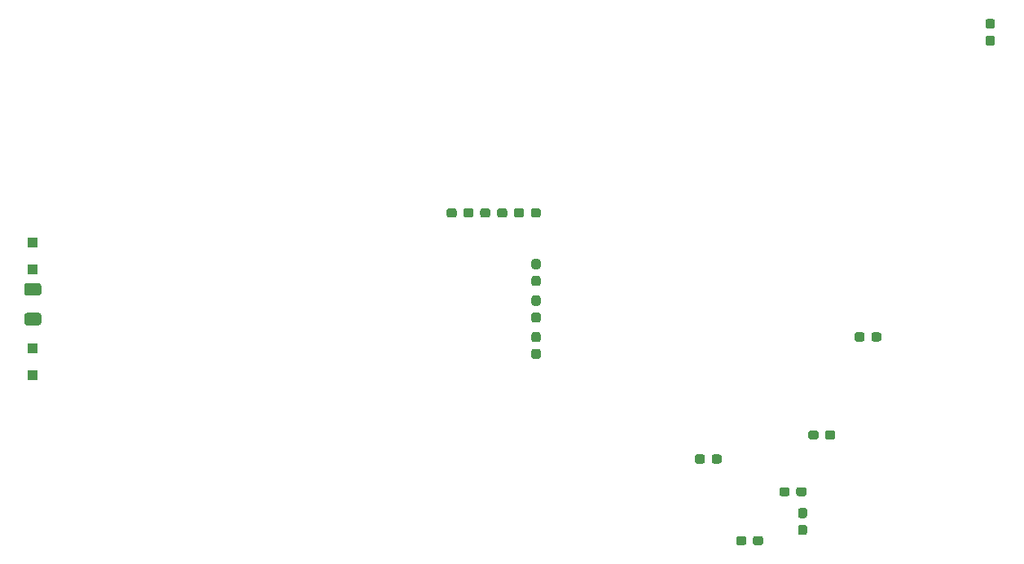
<source format=gbp>
G04 #@! TF.GenerationSoftware,KiCad,Pcbnew,(5.1.9)-1*
G04 #@! TF.CreationDate,2021-04-24T16:53:40-05:00*
G04 #@! TF.ProjectId,high-gain-diff-probe,68696768-2d67-4616-996e-2d646966662d,rev?*
G04 #@! TF.SameCoordinates,Original*
G04 #@! TF.FileFunction,Paste,Bot*
G04 #@! TF.FilePolarity,Positive*
%FSLAX46Y46*%
G04 Gerber Fmt 4.6, Leading zero omitted, Abs format (unit mm)*
G04 Created by KiCad (PCBNEW (5.1.9)-1) date 2021-04-24 16:53:40*
%MOMM*%
%LPD*%
G01*
G04 APERTURE LIST*
%ADD10R,1.100000X1.100000*%
G04 APERTURE END LIST*
G36*
G01*
X105874999Y-100400000D02*
X107125001Y-100400000D01*
G75*
G02*
X107375000Y-100649999I0J-249999D01*
G01*
X107375000Y-101450001D01*
G75*
G02*
X107125001Y-101700000I-249999J0D01*
G01*
X105874999Y-101700000D01*
G75*
G02*
X105625000Y-101450001I0J249999D01*
G01*
X105625000Y-100649999D01*
G75*
G02*
X105874999Y-100400000I249999J0D01*
G01*
G37*
G36*
G01*
X105874999Y-97300000D02*
X107125001Y-97300000D01*
G75*
G02*
X107375000Y-97549999I0J-249999D01*
G01*
X107375000Y-98350001D01*
G75*
G02*
X107125001Y-98600000I-249999J0D01*
G01*
X105874999Y-98600000D01*
G75*
G02*
X105625000Y-98350001I0J249999D01*
G01*
X105625000Y-97549999D01*
G75*
G02*
X105874999Y-97300000I249999J0D01*
G01*
G37*
D10*
X106500000Y-104100000D03*
X106500000Y-106900000D03*
X106500000Y-93100000D03*
X106500000Y-95900000D03*
G36*
G01*
X180650000Y-123862500D02*
X180650000Y-124337500D01*
G75*
G02*
X180412500Y-124575000I-237500J0D01*
G01*
X179837500Y-124575000D01*
G75*
G02*
X179600000Y-124337500I0J237500D01*
G01*
X179600000Y-123862500D01*
G75*
G02*
X179837500Y-123625000I237500J0D01*
G01*
X180412500Y-123625000D01*
G75*
G02*
X180650000Y-123862500I0J-237500D01*
G01*
G37*
G36*
G01*
X182400000Y-123862500D02*
X182400000Y-124337500D01*
G75*
G02*
X182162500Y-124575000I-237500J0D01*
G01*
X181587500Y-124575000D01*
G75*
G02*
X181350000Y-124337500I0J237500D01*
G01*
X181350000Y-123862500D01*
G75*
G02*
X181587500Y-123625000I237500J0D01*
G01*
X182162500Y-123625000D01*
G75*
G02*
X182400000Y-123862500I0J-237500D01*
G01*
G37*
G36*
G01*
X186262500Y-122450000D02*
X186737500Y-122450000D01*
G75*
G02*
X186975000Y-122687500I0J-237500D01*
G01*
X186975000Y-123262500D01*
G75*
G02*
X186737500Y-123500000I-237500J0D01*
G01*
X186262500Y-123500000D01*
G75*
G02*
X186025000Y-123262500I0J237500D01*
G01*
X186025000Y-122687500D01*
G75*
G02*
X186262500Y-122450000I237500J0D01*
G01*
G37*
G36*
G01*
X186262500Y-120700000D02*
X186737500Y-120700000D01*
G75*
G02*
X186975000Y-120937500I0J-237500D01*
G01*
X186975000Y-121512500D01*
G75*
G02*
X186737500Y-121750000I-237500J0D01*
G01*
X186262500Y-121750000D01*
G75*
G02*
X186025000Y-121512500I0J237500D01*
G01*
X186025000Y-120937500D01*
G75*
G02*
X186262500Y-120700000I237500J0D01*
G01*
G37*
G36*
G01*
X188150000Y-112862500D02*
X188150000Y-113337500D01*
G75*
G02*
X187912500Y-113575000I-237500J0D01*
G01*
X187337500Y-113575000D01*
G75*
G02*
X187100000Y-113337500I0J237500D01*
G01*
X187100000Y-112862500D01*
G75*
G02*
X187337500Y-112625000I237500J0D01*
G01*
X187912500Y-112625000D01*
G75*
G02*
X188150000Y-112862500I0J-237500D01*
G01*
G37*
G36*
G01*
X189900000Y-112862500D02*
X189900000Y-113337500D01*
G75*
G02*
X189662500Y-113575000I-237500J0D01*
G01*
X189087500Y-113575000D01*
G75*
G02*
X188850000Y-113337500I0J237500D01*
G01*
X188850000Y-112862500D01*
G75*
G02*
X189087500Y-112625000I237500J0D01*
G01*
X189662500Y-112625000D01*
G75*
G02*
X189900000Y-112862500I0J-237500D01*
G01*
G37*
G36*
G01*
X176350000Y-115362500D02*
X176350000Y-115837500D01*
G75*
G02*
X176112500Y-116075000I-237500J0D01*
G01*
X175537500Y-116075000D01*
G75*
G02*
X175300000Y-115837500I0J237500D01*
G01*
X175300000Y-115362500D01*
G75*
G02*
X175537500Y-115125000I237500J0D01*
G01*
X176112500Y-115125000D01*
G75*
G02*
X176350000Y-115362500I0J-237500D01*
G01*
G37*
G36*
G01*
X178100000Y-115362500D02*
X178100000Y-115837500D01*
G75*
G02*
X177862500Y-116075000I-237500J0D01*
G01*
X177287500Y-116075000D01*
G75*
G02*
X177050000Y-115837500I0J237500D01*
G01*
X177050000Y-115362500D01*
G75*
G02*
X177287500Y-115125000I237500J0D01*
G01*
X177862500Y-115125000D01*
G75*
G02*
X178100000Y-115362500I0J-237500D01*
G01*
G37*
G36*
G01*
X151250000Y-90237500D02*
X151250000Y-89762500D01*
G75*
G02*
X151487500Y-89525000I237500J0D01*
G01*
X152062500Y-89525000D01*
G75*
G02*
X152300000Y-89762500I0J-237500D01*
G01*
X152300000Y-90237500D01*
G75*
G02*
X152062500Y-90475000I-237500J0D01*
G01*
X151487500Y-90475000D01*
G75*
G02*
X151250000Y-90237500I0J237500D01*
G01*
G37*
G36*
G01*
X149500000Y-90237500D02*
X149500000Y-89762500D01*
G75*
G02*
X149737500Y-89525000I237500J0D01*
G01*
X150312500Y-89525000D01*
G75*
G02*
X150550000Y-89762500I0J-237500D01*
G01*
X150550000Y-90237500D01*
G75*
G02*
X150312500Y-90475000I-237500J0D01*
G01*
X149737500Y-90475000D01*
G75*
G02*
X149500000Y-90237500I0J237500D01*
G01*
G37*
G36*
G01*
X158250000Y-90237500D02*
X158250000Y-89762500D01*
G75*
G02*
X158487500Y-89525000I237500J0D01*
G01*
X159062500Y-89525000D01*
G75*
G02*
X159300000Y-89762500I0J-237500D01*
G01*
X159300000Y-90237500D01*
G75*
G02*
X159062500Y-90475000I-237500J0D01*
G01*
X158487500Y-90475000D01*
G75*
G02*
X158250000Y-90237500I0J237500D01*
G01*
G37*
G36*
G01*
X156500000Y-90237500D02*
X156500000Y-89762500D01*
G75*
G02*
X156737500Y-89525000I237500J0D01*
G01*
X157312500Y-89525000D01*
G75*
G02*
X157550000Y-89762500I0J-237500D01*
G01*
X157550000Y-90237500D01*
G75*
G02*
X157312500Y-90475000I-237500J0D01*
G01*
X156737500Y-90475000D01*
G75*
G02*
X156500000Y-90237500I0J237500D01*
G01*
G37*
G36*
G01*
X205762500Y-71550000D02*
X206237500Y-71550000D01*
G75*
G02*
X206475000Y-71787500I0J-237500D01*
G01*
X206475000Y-72362500D01*
G75*
G02*
X206237500Y-72600000I-237500J0D01*
G01*
X205762500Y-72600000D01*
G75*
G02*
X205525000Y-72362500I0J237500D01*
G01*
X205525000Y-71787500D01*
G75*
G02*
X205762500Y-71550000I237500J0D01*
G01*
G37*
G36*
G01*
X205762500Y-69800000D02*
X206237500Y-69800000D01*
G75*
G02*
X206475000Y-70037500I0J-237500D01*
G01*
X206475000Y-70612500D01*
G75*
G02*
X206237500Y-70850000I-237500J0D01*
G01*
X205762500Y-70850000D01*
G75*
G02*
X205525000Y-70612500I0J237500D01*
G01*
X205525000Y-70037500D01*
G75*
G02*
X205762500Y-69800000I237500J0D01*
G01*
G37*
G36*
G01*
X159037500Y-103450000D02*
X158562500Y-103450000D01*
G75*
G02*
X158325000Y-103212500I0J237500D01*
G01*
X158325000Y-102637500D01*
G75*
G02*
X158562500Y-102400000I237500J0D01*
G01*
X159037500Y-102400000D01*
G75*
G02*
X159275000Y-102637500I0J-237500D01*
G01*
X159275000Y-103212500D01*
G75*
G02*
X159037500Y-103450000I-237500J0D01*
G01*
G37*
G36*
G01*
X159037500Y-105200000D02*
X158562500Y-105200000D01*
G75*
G02*
X158325000Y-104962500I0J237500D01*
G01*
X158325000Y-104387500D01*
G75*
G02*
X158562500Y-104150000I237500J0D01*
G01*
X159037500Y-104150000D01*
G75*
G02*
X159275000Y-104387500I0J-237500D01*
G01*
X159275000Y-104962500D01*
G75*
G02*
X159037500Y-105200000I-237500J0D01*
G01*
G37*
G36*
G01*
X159037500Y-95850000D02*
X158562500Y-95850000D01*
G75*
G02*
X158325000Y-95612500I0J237500D01*
G01*
X158325000Y-95037500D01*
G75*
G02*
X158562500Y-94800000I237500J0D01*
G01*
X159037500Y-94800000D01*
G75*
G02*
X159275000Y-95037500I0J-237500D01*
G01*
X159275000Y-95612500D01*
G75*
G02*
X159037500Y-95850000I-237500J0D01*
G01*
G37*
G36*
G01*
X159037500Y-97600000D02*
X158562500Y-97600000D01*
G75*
G02*
X158325000Y-97362500I0J237500D01*
G01*
X158325000Y-96787500D01*
G75*
G02*
X158562500Y-96550000I237500J0D01*
G01*
X159037500Y-96550000D01*
G75*
G02*
X159275000Y-96787500I0J-237500D01*
G01*
X159275000Y-97362500D01*
G75*
G02*
X159037500Y-97600000I-237500J0D01*
G01*
G37*
G36*
G01*
X194700000Y-102662500D02*
X194700000Y-103137500D01*
G75*
G02*
X194462500Y-103375000I-237500J0D01*
G01*
X193887500Y-103375000D01*
G75*
G02*
X193650000Y-103137500I0J237500D01*
G01*
X193650000Y-102662500D01*
G75*
G02*
X193887500Y-102425000I237500J0D01*
G01*
X194462500Y-102425000D01*
G75*
G02*
X194700000Y-102662500I0J-237500D01*
G01*
G37*
G36*
G01*
X192950000Y-102662500D02*
X192950000Y-103137500D01*
G75*
G02*
X192712500Y-103375000I-237500J0D01*
G01*
X192137500Y-103375000D01*
G75*
G02*
X191900000Y-103137500I0J237500D01*
G01*
X191900000Y-102662500D01*
G75*
G02*
X192137500Y-102425000I237500J0D01*
G01*
X192712500Y-102425000D01*
G75*
G02*
X192950000Y-102662500I0J-237500D01*
G01*
G37*
G36*
G01*
X185150000Y-118762500D02*
X185150000Y-119237500D01*
G75*
G02*
X184912500Y-119475000I-237500J0D01*
G01*
X184337500Y-119475000D01*
G75*
G02*
X184100000Y-119237500I0J237500D01*
G01*
X184100000Y-118762500D01*
G75*
G02*
X184337500Y-118525000I237500J0D01*
G01*
X184912500Y-118525000D01*
G75*
G02*
X185150000Y-118762500I0J-237500D01*
G01*
G37*
G36*
G01*
X186900000Y-118762500D02*
X186900000Y-119237500D01*
G75*
G02*
X186662500Y-119475000I-237500J0D01*
G01*
X186087500Y-119475000D01*
G75*
G02*
X185850000Y-119237500I0J237500D01*
G01*
X185850000Y-118762500D01*
G75*
G02*
X186087500Y-118525000I237500J0D01*
G01*
X186662500Y-118525000D01*
G75*
G02*
X186900000Y-118762500I0J-237500D01*
G01*
G37*
G36*
G01*
X154050000Y-89762500D02*
X154050000Y-90237500D01*
G75*
G02*
X153812500Y-90475000I-237500J0D01*
G01*
X153237500Y-90475000D01*
G75*
G02*
X153000000Y-90237500I0J237500D01*
G01*
X153000000Y-89762500D01*
G75*
G02*
X153237500Y-89525000I237500J0D01*
G01*
X153812500Y-89525000D01*
G75*
G02*
X154050000Y-89762500I0J-237500D01*
G01*
G37*
G36*
G01*
X155800000Y-89762500D02*
X155800000Y-90237500D01*
G75*
G02*
X155562500Y-90475000I-237500J0D01*
G01*
X154987500Y-90475000D01*
G75*
G02*
X154750000Y-90237500I0J237500D01*
G01*
X154750000Y-89762500D01*
G75*
G02*
X154987500Y-89525000I237500J0D01*
G01*
X155562500Y-89525000D01*
G75*
G02*
X155800000Y-89762500I0J-237500D01*
G01*
G37*
G36*
G01*
X158562500Y-100350000D02*
X159037500Y-100350000D01*
G75*
G02*
X159275000Y-100587500I0J-237500D01*
G01*
X159275000Y-101162500D01*
G75*
G02*
X159037500Y-101400000I-237500J0D01*
G01*
X158562500Y-101400000D01*
G75*
G02*
X158325000Y-101162500I0J237500D01*
G01*
X158325000Y-100587500D01*
G75*
G02*
X158562500Y-100350000I237500J0D01*
G01*
G37*
G36*
G01*
X158562500Y-98600000D02*
X159037500Y-98600000D01*
G75*
G02*
X159275000Y-98837500I0J-237500D01*
G01*
X159275000Y-99412500D01*
G75*
G02*
X159037500Y-99650000I-237500J0D01*
G01*
X158562500Y-99650000D01*
G75*
G02*
X158325000Y-99412500I0J237500D01*
G01*
X158325000Y-98837500D01*
G75*
G02*
X158562500Y-98600000I237500J0D01*
G01*
G37*
M02*

</source>
